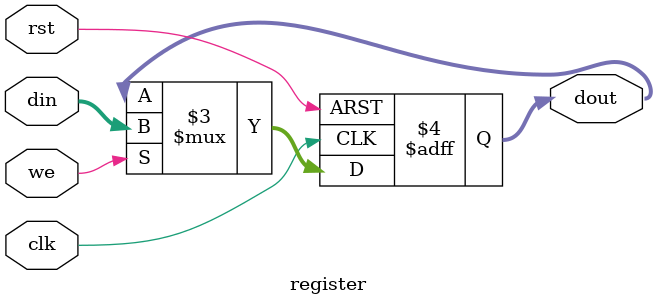
<source format=v>

module register
  (
   //-- input --//
   din, 
   we, 
   clk, 
   rst,
   //-- output --//
   dout
   );
   
   //-- input
   input  [15:0] din;
   input         we;
   input         clk;
   input         rst;
   
   //-- output
   output [15:0] dout;
   //-- reg
   reg    [15:0] dout;


   always @(posedge clk or negedge rst) begin
      if(!rst) dout <= 16'b0;
      else     dout <= (we) ? din : dout;
   end

endmodule // register

</source>
